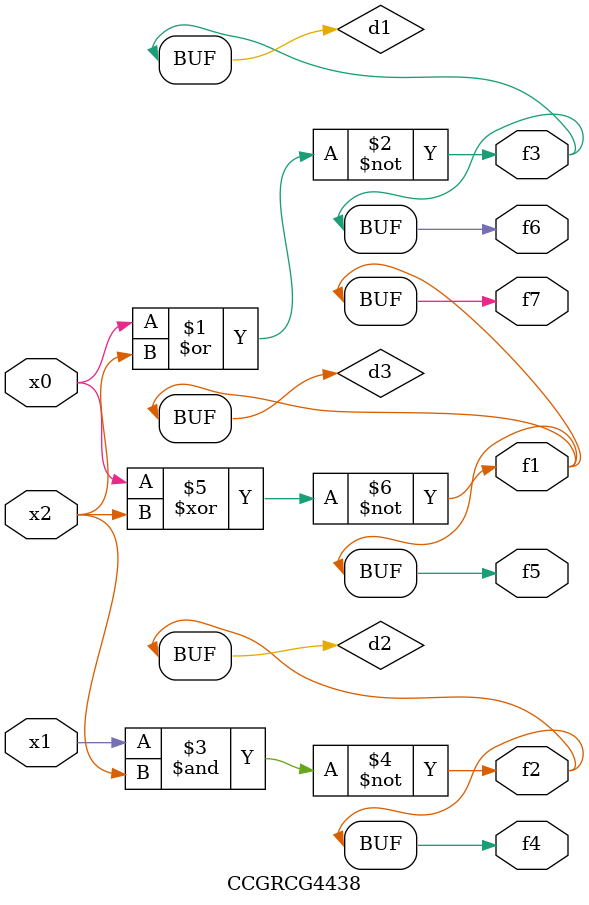
<source format=v>
module CCGRCG4438(
	input x0, x1, x2,
	output f1, f2, f3, f4, f5, f6, f7
);

	wire d1, d2, d3;

	nor (d1, x0, x2);
	nand (d2, x1, x2);
	xnor (d3, x0, x2);
	assign f1 = d3;
	assign f2 = d2;
	assign f3 = d1;
	assign f4 = d2;
	assign f5 = d3;
	assign f6 = d1;
	assign f7 = d3;
endmodule

</source>
